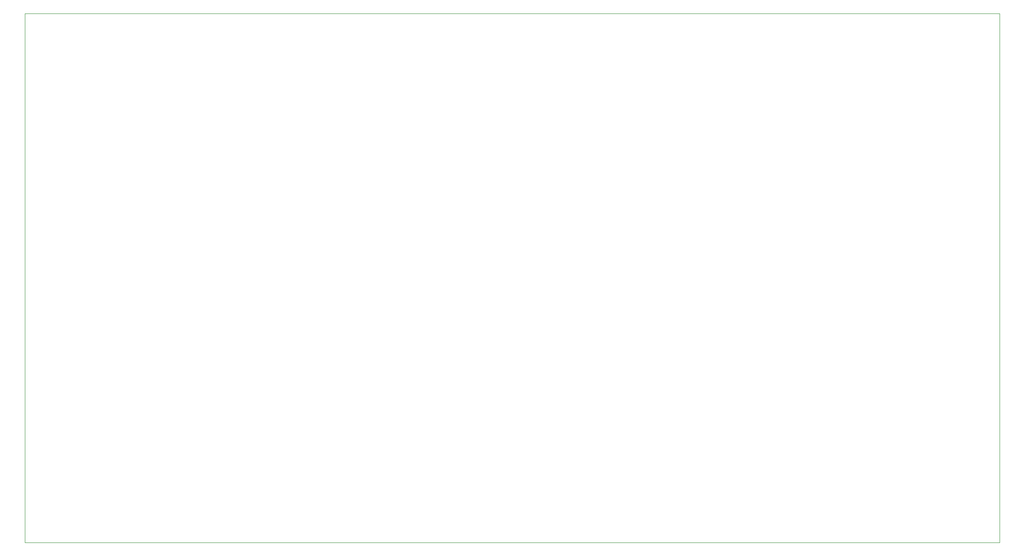
<source format=gbr>
%TF.GenerationSoftware,KiCad,Pcbnew,(5.1.10)-1*%
%TF.CreationDate,2021-12-15T14:13:16+00:00*%
%TF.ProjectId,SCOREBOARD,53434f52-4542-44f4-9152-442e6b696361,rev?*%
%TF.SameCoordinates,Original*%
%TF.FileFunction,Profile,NP*%
%FSLAX46Y46*%
G04 Gerber Fmt 4.6, Leading zero omitted, Abs format (unit mm)*
G04 Created by KiCad (PCBNEW (5.1.10)-1) date 2021-12-15 14:13:16*
%MOMM*%
%LPD*%
G01*
G04 APERTURE LIST*
%TA.AperFunction,Profile*%
%ADD10C,0.100000*%
%TD*%
G04 APERTURE END LIST*
D10*
X218440000Y-109220000D02*
X218440000Y-212090000D01*
X29210000Y-109220000D02*
X218440000Y-109220000D01*
X29210000Y-212090000D02*
X29210000Y-109220000D01*
X218440000Y-212090000D02*
X29210000Y-212090000D01*
M02*

</source>
